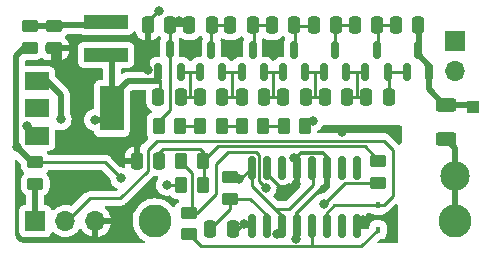
<source format=gtl>
G04 #@! TF.GenerationSoftware,KiCad,Pcbnew,(5.99.0-10336-g9846076676)*
G04 #@! TF.CreationDate,2021-04-19T15:00:14+12:00*
G04 #@! TF.ProjectId,OpenHVPS-5,4f70656e-4856-4505-932d-352e6b696361,V1.2.1*
G04 #@! TF.SameCoordinates,Original*
G04 #@! TF.FileFunction,Copper,L1,Top*
G04 #@! TF.FilePolarity,Positive*
%FSLAX46Y46*%
G04 Gerber Fmt 4.6, Leading zero omitted, Abs format (unit mm)*
G04 Created by KiCad (PCBNEW (5.99.0-10336-g9846076676)) date 2021-04-19 15:00:14*
%MOMM*%
%LPD*%
G01*
G04 APERTURE LIST*
G04 Aperture macros list*
%AMRoundRect*
0 Rectangle with rounded corners*
0 $1 Rounding radius*
0 $2 $3 $4 $5 $6 $7 $8 $9 X,Y pos of 4 corners*
0 Add a 4 corners polygon primitive as box body*
4,1,4,$2,$3,$4,$5,$6,$7,$8,$9,$2,$3,0*
0 Add four circle primitives for the rounded corners*
1,1,$1+$1,$2,$3*
1,1,$1+$1,$4,$5*
1,1,$1+$1,$6,$7*
1,1,$1+$1,$8,$9*
0 Add four rect primitives between the rounded corners*
20,1,$1+$1,$2,$3,$4,$5,0*
20,1,$1+$1,$4,$5,$6,$7,0*
20,1,$1+$1,$6,$7,$8,$9,0*
20,1,$1+$1,$8,$9,$2,$3,0*%
G04 Aperture macros list end*
G04 #@! TA.AperFunction,SMDPad,CuDef*
%ADD10RoundRect,0.250000X-0.250000X-0.475000X0.250000X-0.475000X0.250000X0.475000X-0.250000X0.475000X0*%
G04 #@! TD*
G04 #@! TA.AperFunction,SMDPad,CuDef*
%ADD11RoundRect,0.250000X0.450000X-0.262500X0.450000X0.262500X-0.450000X0.262500X-0.450000X-0.262500X0*%
G04 #@! TD*
G04 #@! TA.AperFunction,ComponentPad*
%ADD12R,1.700000X1.700000*%
G04 #@! TD*
G04 #@! TA.AperFunction,ComponentPad*
%ADD13O,1.700000X1.700000*%
G04 #@! TD*
G04 #@! TA.AperFunction,ComponentPad*
%ADD14C,2.500000*%
G04 #@! TD*
G04 #@! TA.AperFunction,ComponentPad*
%ADD15C,2.800000*%
G04 #@! TD*
G04 #@! TA.AperFunction,SMDPad,CuDef*
%ADD16RoundRect,0.150000X0.150000X-0.587500X0.150000X0.587500X-0.150000X0.587500X-0.150000X-0.587500X0*%
G04 #@! TD*
G04 #@! TA.AperFunction,SMDPad,CuDef*
%ADD17RoundRect,0.250000X-0.450000X0.262500X-0.450000X-0.262500X0.450000X-0.262500X0.450000X0.262500X0*%
G04 #@! TD*
G04 #@! TA.AperFunction,SMDPad,CuDef*
%ADD18RoundRect,0.250000X0.262500X0.450000X-0.262500X0.450000X-0.262500X-0.450000X0.262500X-0.450000X0*%
G04 #@! TD*
G04 #@! TA.AperFunction,SMDPad,CuDef*
%ADD19RoundRect,0.250000X-0.475000X0.250000X-0.475000X-0.250000X0.475000X-0.250000X0.475000X0.250000X0*%
G04 #@! TD*
G04 #@! TA.AperFunction,SMDPad,CuDef*
%ADD20RoundRect,0.250000X-0.625000X0.312500X-0.625000X-0.312500X0.625000X-0.312500X0.625000X0.312500X0*%
G04 #@! TD*
G04 #@! TA.AperFunction,SMDPad,CuDef*
%ADD21R,3.700000X1.200000*%
G04 #@! TD*
G04 #@! TA.AperFunction,SMDPad,CuDef*
%ADD22RoundRect,0.250000X-0.262500X-0.450000X0.262500X-0.450000X0.262500X0.450000X-0.262500X0.450000X0*%
G04 #@! TD*
G04 #@! TA.AperFunction,SMDPad,CuDef*
%ADD23RoundRect,0.150000X0.150000X-0.825000X0.150000X0.825000X-0.150000X0.825000X-0.150000X-0.825000X0*%
G04 #@! TD*
G04 #@! TA.AperFunction,SMDPad,CuDef*
%ADD24R,2.000000X1.500000*%
G04 #@! TD*
G04 #@! TA.AperFunction,SMDPad,CuDef*
%ADD25R,2.000000X3.800000*%
G04 #@! TD*
G04 #@! TA.AperFunction,SMDPad,CuDef*
%ADD26R,0.450000X0.600000*%
G04 #@! TD*
G04 #@! TA.AperFunction,SMDPad,CuDef*
%ADD27R,1.000000X1.000000*%
G04 #@! TD*
G04 #@! TA.AperFunction,SMDPad,CuDef*
%ADD28RoundRect,0.250000X0.250000X0.475000X-0.250000X0.475000X-0.250000X-0.475000X0.250000X-0.475000X0*%
G04 #@! TD*
G04 #@! TA.AperFunction,ViaPad*
%ADD29C,0.800000*%
G04 #@! TD*
G04 #@! TA.AperFunction,Conductor*
%ADD30C,0.250000*%
G04 #@! TD*
G04 #@! TA.AperFunction,Conductor*
%ADD31C,0.330200*%
G04 #@! TD*
G04 #@! TA.AperFunction,Conductor*
%ADD32C,0.500000*%
G04 #@! TD*
G04 APERTURE END LIST*
D10*
X145968666Y-65050000D03*
X147868666Y-65050000D03*
D11*
X128500000Y-72413500D03*
X128500000Y-70588500D03*
D12*
X164060000Y-60325000D03*
D13*
X164060000Y-62865000D03*
D10*
X142448333Y-65050000D03*
X144348333Y-65050000D03*
D14*
X164060000Y-71755000D03*
D15*
X164060000Y-75565000D03*
D16*
X156450000Y-62937500D03*
X158350000Y-62937500D03*
X157400000Y-61062500D03*
X142450000Y-62937500D03*
X144350000Y-62937500D03*
X143400000Y-61062500D03*
D10*
X148530000Y-59000000D03*
X150430000Y-59000000D03*
X149488999Y-65050000D03*
X151388999Y-65050000D03*
D17*
X157520000Y-70520000D03*
X157520000Y-72345000D03*
D10*
X145020000Y-59010000D03*
X146920000Y-59010000D03*
D16*
X138928000Y-62913500D03*
X140828000Y-62913500D03*
X139878000Y-61038500D03*
D18*
X147824498Y-67520000D03*
X145999498Y-67520000D03*
D11*
X128020000Y-60912500D03*
X128020000Y-59087500D03*
D18*
X151351499Y-67520000D03*
X149526499Y-67520000D03*
D17*
X145020000Y-71857500D03*
X145020000Y-73682500D03*
D10*
X153009332Y-65050000D03*
X154909332Y-65050000D03*
D16*
X149450000Y-62937500D03*
X151350000Y-62937500D03*
X150400000Y-61062500D03*
D15*
X138660000Y-75565000D03*
D16*
X152950000Y-62937500D03*
X154850000Y-62937500D03*
X153900000Y-61062500D03*
D10*
X138030000Y-58990000D03*
X139930000Y-58990000D03*
D19*
X130100000Y-59050000D03*
X130100000Y-60950000D03*
D12*
X128500000Y-75565000D03*
D13*
X131040000Y-75565000D03*
X133580000Y-75565000D03*
D20*
X163298000Y-65720500D03*
X163298000Y-68645500D03*
D10*
X156529665Y-65050000D03*
X158429665Y-65050000D03*
D18*
X142682500Y-72520000D03*
X140857500Y-72520000D03*
D10*
X138928000Y-65050000D03*
X140828000Y-65050000D03*
X152060000Y-59010000D03*
X153960000Y-59010000D03*
D21*
X134500000Y-58700000D03*
X134500000Y-61500000D03*
D11*
X141520000Y-76682500D03*
X141520000Y-74857500D03*
D22*
X138945500Y-67520000D03*
X140770500Y-67520000D03*
D10*
X159020000Y-59000000D03*
X160920000Y-59000000D03*
D18*
X144297499Y-67520000D03*
X142472499Y-67520000D03*
X142682500Y-70520000D03*
X140857500Y-70520000D03*
D10*
X155540000Y-59000000D03*
X157440000Y-59000000D03*
D23*
X146825000Y-75995000D03*
X148095000Y-75995000D03*
X149365000Y-75995000D03*
X150635000Y-75995000D03*
X151905000Y-75995000D03*
X153175000Y-75995000D03*
X154445000Y-75995000D03*
X155715000Y-75995000D03*
X155715000Y-71045000D03*
X154445000Y-71045000D03*
X153175000Y-71045000D03*
X151905000Y-71045000D03*
X150635000Y-71045000D03*
X149365000Y-71045000D03*
X148095000Y-71045000D03*
X146825000Y-71045000D03*
D24*
X128676000Y-63740000D03*
X128676000Y-68340000D03*
D25*
X134976000Y-66040000D03*
D24*
X128676000Y-66040000D03*
D16*
X159950000Y-62937500D03*
X161850000Y-62937500D03*
X160900000Y-61062500D03*
D26*
X157520000Y-76320000D03*
X157520000Y-74220000D03*
D27*
X165584000Y-65913000D03*
D28*
X139020000Y-70520000D03*
X137120000Y-70520000D03*
D10*
X141530000Y-58990000D03*
X143430000Y-58990000D03*
D16*
X145968666Y-62937500D03*
X147868666Y-62937500D03*
X146918666Y-61062500D03*
D10*
X143320000Y-76270000D03*
X145220000Y-76270000D03*
D29*
X145200000Y-61113817D03*
X154500000Y-68000000D03*
X146153000Y-75819000D03*
X150400000Y-70231000D03*
X150600000Y-77072500D03*
X132770000Y-72770000D03*
X141700000Y-61065000D03*
X148861441Y-61049870D03*
X138020000Y-62770000D03*
X156270000Y-75520000D03*
X150600000Y-72465000D03*
X135770000Y-70520000D03*
X130270000Y-62270000D03*
X139020000Y-57770000D03*
X133520000Y-67020000D03*
X139634500Y-72517000D03*
X135764700Y-71941100D03*
X126920900Y-69342400D03*
X148020000Y-72770000D03*
X130664198Y-66968888D03*
X149000000Y-76665000D03*
X145770000Y-72020000D03*
X152919800Y-74131600D03*
X127770000Y-67520000D03*
X140700000Y-58665000D03*
X152000000Y-67065000D03*
D30*
X143320000Y-76270000D02*
X145020000Y-74570000D01*
X148095000Y-75095000D02*
X146682500Y-73682500D01*
X148095000Y-76695000D02*
X148095000Y-75995000D01*
X145020000Y-74570000D02*
X145020000Y-73682500D01*
X148095000Y-75995000D02*
X148095000Y-75095000D01*
X146682500Y-73682500D02*
X145020000Y-73682500D01*
D31*
X150600000Y-72465000D02*
X150045000Y-73020000D01*
X153175000Y-71045000D02*
X153175000Y-72365000D01*
X150635000Y-74905000D02*
X150635000Y-75995000D01*
D32*
X130500000Y-62040000D02*
X130270000Y-62270000D01*
X130500000Y-60950000D02*
X130500000Y-62040000D01*
D31*
X155795000Y-75995000D02*
X155715000Y-75995000D01*
X146825000Y-76467000D02*
X146825000Y-75995000D01*
X146495000Y-75995000D02*
X146825000Y-75995000D01*
X148095000Y-71595000D02*
X148095000Y-71045000D01*
X156270000Y-75520000D02*
X155795000Y-75995000D01*
X135770000Y-70520000D02*
X137120000Y-70520000D01*
X138020000Y-59030000D02*
X138050000Y-59000000D01*
X151000000Y-69770000D02*
X152830000Y-69770000D01*
X149520000Y-73020000D02*
X148095000Y-71595000D01*
X145770000Y-76270000D02*
X146270000Y-75770000D01*
X146270000Y-75770000D02*
X146495000Y-75995000D01*
X150520000Y-75880000D02*
X150635000Y-75995000D01*
X138050000Y-59000000D02*
X138050000Y-58650000D01*
X152830000Y-69770000D02*
X153175000Y-70115000D01*
X138050000Y-58740000D02*
X139020000Y-57770000D01*
X138020000Y-62770000D02*
X138020000Y-59030000D01*
X138050000Y-59000000D02*
X138050000Y-58740000D01*
X150635000Y-70135000D02*
X151000000Y-69770000D01*
X145220000Y-76270000D02*
X145770000Y-76270000D01*
X153175000Y-70115000D02*
X153175000Y-71045000D01*
X150045000Y-73020000D02*
X149520000Y-73020000D01*
X153175000Y-72365000D02*
X150635000Y-74905000D01*
X150635000Y-71045000D02*
X150635000Y-70135000D01*
D32*
X133800000Y-59000000D02*
X133900000Y-58900000D01*
X130500000Y-59250000D02*
X130750000Y-59000000D01*
D30*
X130462000Y-59087500D02*
X130500000Y-59050000D01*
D32*
X130500000Y-59050000D02*
X130500000Y-59250000D01*
X130750000Y-59000000D02*
X133800000Y-59000000D01*
X128000000Y-59087500D02*
X130462000Y-59087500D01*
D30*
X134050000Y-59050000D02*
X134500000Y-58600000D01*
D32*
X134976000Y-64064000D02*
X134976000Y-61876000D01*
D30*
X134568000Y-61468000D02*
X134500000Y-61400000D01*
X139050000Y-64030000D02*
X139050000Y-65000000D01*
X139088000Y-63656000D02*
X139088000Y-63992000D01*
D32*
X134976000Y-66040000D02*
X134976000Y-64064000D01*
D30*
X134500000Y-61400000D02*
X134609000Y-61400000D01*
X138873000Y-63726000D02*
X138943000Y-63656000D01*
D32*
X136314000Y-63726000D02*
X134976000Y-65064000D01*
D30*
X133400000Y-61400000D02*
X134500000Y-61400000D01*
X134976000Y-64064000D02*
X134976000Y-66040000D01*
D32*
X138873000Y-63726000D02*
X136314000Y-63726000D01*
D30*
X139088000Y-63992000D02*
X139050000Y-64030000D01*
D32*
X133520000Y-67020000D02*
X133996000Y-67020000D01*
D30*
X139004000Y-63595400D02*
X139004000Y-62913500D01*
X138943000Y-63656000D02*
X139088000Y-63656000D01*
X139088000Y-63992000D02*
X139088000Y-64328000D01*
X138943000Y-63656000D02*
X139004000Y-63595400D01*
X134568000Y-61468000D02*
X134500000Y-61400000D01*
X134976000Y-61876000D02*
X134568000Y-61468000D01*
D32*
X134976000Y-65064000D02*
X134976000Y-66040000D01*
D30*
X141629500Y-65027500D02*
X141607000Y-65050000D01*
X142448333Y-65050000D02*
X141607000Y-65050000D01*
X141629500Y-62913500D02*
X142424333Y-62913500D01*
X141607000Y-65050000D02*
X140828000Y-65050000D01*
X142628000Y-62859000D02*
X142550000Y-62937500D01*
X141629500Y-62913500D02*
X141629500Y-65027500D01*
X140828000Y-62913500D02*
X141629500Y-62913500D01*
X142526000Y-62913500D02*
X142550000Y-62937500D01*
X142424333Y-62913500D02*
X142448333Y-62937500D01*
D32*
X126900000Y-61556000D02*
X127523500Y-60932500D01*
D30*
X134412100Y-70588500D02*
X128500000Y-70588500D01*
D32*
X127523500Y-60932500D02*
X128020000Y-60932500D01*
D30*
X128000000Y-60912500D02*
X127391000Y-60912500D01*
X139634500Y-72517000D02*
X139637500Y-72520000D01*
X139637500Y-72520000D02*
X140945500Y-72520000D01*
D32*
X126756000Y-69342400D02*
X126900000Y-69198400D01*
D30*
X128499000Y-70587500D02*
X128500000Y-70588500D01*
D32*
X128412000Y-70500000D02*
X128100000Y-70500000D01*
D30*
X128151000Y-70587500D02*
X128499000Y-70587500D01*
X128500000Y-70587500D02*
X128412000Y-70500000D01*
X126920900Y-69342400D02*
X126756000Y-69342400D01*
X135764700Y-71941100D02*
X134412100Y-70588500D01*
D32*
X128100000Y-70500000D02*
X126942400Y-69342400D01*
X126942400Y-69342400D02*
X126920900Y-69342400D01*
D30*
X128499000Y-70587500D02*
X128500000Y-70587500D01*
X127391000Y-60912500D02*
X128000000Y-60912500D01*
D32*
X126900000Y-69198400D02*
X126900000Y-61556000D01*
D30*
X141770000Y-71520000D02*
X141770000Y-74607500D01*
X143770000Y-70730000D02*
X144800000Y-69700000D01*
X142182500Y-74857500D02*
X143770000Y-73270000D01*
X141770000Y-74607500D02*
X141520000Y-74857500D01*
X147450000Y-72200000D02*
X148020000Y-72770000D01*
X143770000Y-73270000D02*
X143770000Y-70730000D01*
X147200000Y-69700000D02*
X147450000Y-69950000D01*
X140857500Y-70520000D02*
X140857500Y-70607500D01*
X144800000Y-69700000D02*
X147200000Y-69700000D01*
X147450000Y-69950000D02*
X147450000Y-72200000D01*
X140857500Y-70607500D02*
X141770000Y-71520000D01*
X128777000Y-63740000D02*
X128676000Y-63740000D01*
X129490000Y-63740000D02*
X128777000Y-63740000D01*
D32*
X130664198Y-64914198D02*
X130664198Y-66968888D01*
D30*
X128777000Y-63740000D02*
X128676000Y-63740000D01*
D32*
X129490000Y-63740000D02*
X130664198Y-64914198D01*
D30*
X151905000Y-77155000D02*
X151905000Y-75995000D01*
X151974000Y-77724000D02*
X142561500Y-77724000D01*
X156116000Y-77724000D02*
X155974000Y-77724000D01*
X142561500Y-77724000D02*
X141520000Y-76682500D01*
X151905000Y-77655000D02*
X151974000Y-77724000D01*
X155974000Y-77724000D02*
X151974000Y-77724000D01*
X151905000Y-75995000D02*
X151905000Y-77655000D01*
X157520000Y-76320000D02*
X156116000Y-77724000D01*
D32*
X164060000Y-69407500D02*
X164060000Y-71755000D01*
X163298000Y-68645500D02*
X164060000Y-69407500D01*
X164060000Y-71755000D02*
X164060000Y-75565000D01*
D30*
X144520000Y-67520000D02*
X144520500Y-67520000D01*
X144520500Y-67520000D02*
X146357500Y-67520000D01*
X146357500Y-67520000D02*
X146358000Y-67520000D01*
X142770000Y-70432500D02*
X142682500Y-70520000D01*
X142682000Y-70520000D02*
X142682300Y-70520200D01*
X139020000Y-70520000D02*
X139020000Y-69770000D01*
X157520000Y-70520000D02*
X157520000Y-70370000D01*
X142770000Y-69770000D02*
X142770000Y-70432500D01*
X142450000Y-69450000D02*
X142770000Y-69770000D01*
X142770000Y-70607500D02*
X142770000Y-71476000D01*
X157520000Y-70370000D02*
X156400000Y-69250000D01*
X143952000Y-69250000D02*
X142682000Y-70520000D01*
X139020000Y-69770000D02*
X139340000Y-69450000D01*
X142770000Y-71563700D02*
X142770000Y-72520000D01*
X139340000Y-69450000D02*
X142450000Y-69450000D01*
X142682300Y-70520200D02*
X142770000Y-70607500D01*
X142682500Y-70520000D02*
X142682300Y-70520200D01*
X156400000Y-69250000D02*
X143952000Y-69250000D01*
X158020000Y-68770000D02*
X138780300Y-68770000D01*
X157997300Y-74220000D02*
X158770000Y-73447300D01*
X153820000Y-74220000D02*
X153175000Y-74865000D01*
X138020000Y-69530300D02*
X138020000Y-71308350D01*
X131225000Y-75565000D02*
X131040000Y-75565000D01*
X135674550Y-73653800D02*
X133136200Y-73653800D01*
X133136200Y-73653800D02*
X131225000Y-75565000D01*
X138020000Y-71308350D02*
X135674550Y-73653800D01*
X138780300Y-68770000D02*
X138020000Y-69530300D01*
X157520000Y-74220000D02*
X157997300Y-74220000D01*
X157520000Y-74220000D02*
X153820000Y-74220000D01*
X158770000Y-73447300D02*
X158770000Y-69520000D01*
X153175000Y-74865000D02*
X153175000Y-75995000D01*
X158770000Y-69520000D02*
X158020000Y-68770000D01*
D32*
X128500000Y-72412500D02*
X128500000Y-72413500D01*
X128500000Y-72413500D02*
X128500000Y-75250000D01*
D30*
X128500000Y-75250000D02*
X128500000Y-75565000D01*
X142695000Y-67520000D02*
X142695500Y-67520000D01*
X140770000Y-67520000D02*
X140770500Y-67520000D01*
X140770500Y-67520000D02*
X142695000Y-67520000D01*
X147645000Y-73395000D02*
X149365000Y-75115000D01*
X145020000Y-71857500D02*
X146012500Y-71857500D01*
X152020000Y-72520000D02*
X152020000Y-71160000D01*
X149270000Y-75900000D02*
X149365000Y-75995000D01*
X147645000Y-73395000D02*
X148770000Y-74520000D01*
X145020000Y-71857500D02*
X145607500Y-71857500D01*
X150020000Y-74520000D02*
X152020000Y-72520000D01*
X146012500Y-71857500D02*
X146825000Y-71045000D01*
X149000000Y-76665000D02*
X149000000Y-76360000D01*
X146825000Y-71045000D02*
X146825000Y-72575000D01*
X152020000Y-71160000D02*
X151905000Y-71045000D01*
X145607500Y-71857500D02*
X145770000Y-72020000D01*
X146825000Y-72575000D02*
X147645000Y-73395000D01*
X149365000Y-75115000D02*
X149365000Y-75995000D01*
X149000000Y-76360000D02*
X149365000Y-75995000D01*
X149365000Y-76175000D02*
X149365000Y-75995000D01*
X148770000Y-74520000D02*
X150020000Y-74520000D01*
X154706400Y-72345000D02*
X157520000Y-72345000D01*
X152919800Y-74131600D02*
X154706400Y-72345000D01*
X148182000Y-67520000D02*
X148182500Y-67520000D01*
X147824498Y-67520000D02*
X149526499Y-67520000D01*
X129046000Y-68340000D02*
X129090000Y-68340000D01*
X129046000Y-68340000D02*
X129090000Y-68340000D01*
D32*
X128856000Y-68520000D02*
X128676000Y-68340000D01*
D30*
X129090000Y-68340000D02*
X129427000Y-68340000D01*
X128676000Y-68340000D02*
X129046000Y-68340000D01*
X128676000Y-68340000D02*
X129046000Y-68340000D01*
X128676000Y-68340000D02*
X129046000Y-68340000D01*
X141569000Y-59000000D02*
X141588000Y-59000000D01*
X141540000Y-59000000D02*
X141550000Y-59000000D01*
X141550000Y-59000000D02*
X141569000Y-59000000D01*
X138945500Y-67520000D02*
X138945500Y-67119500D01*
X139878000Y-61038500D02*
X139878000Y-59042000D01*
X140020000Y-61104500D02*
X139954000Y-61038500D01*
X138945000Y-67307500D02*
X138945000Y-67095000D01*
X138945000Y-67307500D02*
X138945500Y-67308000D01*
X138945000Y-67520000D02*
X138945000Y-67307500D01*
X139912000Y-59000000D02*
X139950000Y-59000000D01*
X138945500Y-67308000D02*
X138945500Y-67520000D01*
X139878000Y-59042000D02*
X139930000Y-58990000D01*
X139950000Y-59000000D02*
X141550000Y-59000000D01*
X139954000Y-60579600D02*
X139912000Y-60537600D01*
X141588000Y-59000000D02*
X141863000Y-59000000D01*
X139878000Y-66187000D02*
X139878000Y-61038500D01*
X141750000Y-59200000D02*
X141550000Y-59000000D01*
X138945500Y-67119500D02*
X139878000Y-66187000D01*
X139954000Y-61038500D02*
X139954000Y-60579600D01*
X143450000Y-59000000D02*
X145050000Y-59000000D01*
X143412000Y-60975000D02*
X143412000Y-59000000D01*
X145050000Y-59000000D02*
X145088000Y-59000000D01*
X143500000Y-61062500D02*
X143412000Y-60975000D01*
X143412000Y-59000000D02*
X143450000Y-59000000D01*
X145191500Y-62937500D02*
X144348333Y-62937500D01*
X144348333Y-65050000D02*
X145163000Y-65050000D01*
X146050000Y-65000000D02*
X146088000Y-65000000D01*
X145968666Y-62937500D02*
X145191500Y-62937500D01*
X144500000Y-65000000D02*
X144538000Y-65000000D01*
X145191500Y-62937500D02*
X145191500Y-65021500D01*
X145191500Y-65021500D02*
X145163000Y-65050000D01*
X145163000Y-65050000D02*
X145968666Y-65050000D01*
X147000000Y-61062500D02*
X147000000Y-59087500D01*
X147088000Y-59000000D02*
X147000000Y-59087500D01*
X147000000Y-59087500D02*
X146931100Y-59019100D01*
X146931100Y-59019100D02*
X146912000Y-59000200D01*
X148588000Y-59000000D02*
X148550000Y-59000000D01*
X146950000Y-59000000D02*
X146931100Y-59018900D01*
X148550000Y-59000000D02*
X147088000Y-59000000D01*
X146931100Y-59018900D02*
X146931100Y-59019100D01*
X148638500Y-62937500D02*
X148638500Y-64969500D01*
X147868666Y-65050000D02*
X148719000Y-65050000D01*
X148719000Y-65050000D02*
X149488999Y-65050000D01*
X147868666Y-62937500D02*
X148638500Y-62937500D01*
X148638500Y-64969500D02*
X148719000Y-65050000D01*
X148638500Y-62937500D02*
X149488999Y-62937500D01*
X150450000Y-59000000D02*
X150500000Y-59050000D01*
X152000000Y-59087500D02*
X152068900Y-59019100D01*
X152068900Y-59019100D02*
X152088000Y-59000200D01*
X152050000Y-59000000D02*
X152068900Y-59018900D01*
X150500000Y-61062500D02*
X150500000Y-59087500D01*
X150500000Y-59087500D02*
X152000000Y-59087500D01*
X152068900Y-59018900D02*
X152068900Y-59019100D01*
X150500000Y-59050000D02*
X150500000Y-59087500D01*
X152176500Y-62937500D02*
X152176500Y-65021500D01*
X151388999Y-65050000D02*
X152148000Y-65050000D01*
X151388999Y-62937500D02*
X152176500Y-62937500D01*
X152176500Y-62937500D02*
X153009332Y-62937500D01*
X152148000Y-65050000D02*
X153009332Y-65050000D01*
X152176500Y-65021500D02*
X152148000Y-65050000D01*
X155638000Y-59000000D02*
X155676000Y-59000000D01*
X154000000Y-61062500D02*
X153912000Y-60975000D01*
X153912000Y-60975000D02*
X153912000Y-59000000D01*
X153912000Y-59000000D02*
X153950000Y-59000000D01*
X153950000Y-59000000D02*
X155638000Y-59000000D01*
X154909332Y-65050000D02*
X155779000Y-65050000D01*
X155750500Y-65021500D02*
X155779000Y-65050000D01*
X155750500Y-62937500D02*
X155750500Y-65021500D01*
X154909332Y-62937500D02*
X155750500Y-62937500D01*
X155779000Y-65050000D02*
X156529665Y-65050000D01*
X155750500Y-62937500D02*
X156529665Y-62937500D01*
X157538000Y-59000000D02*
X157500000Y-59000000D01*
X157500000Y-59000000D02*
X157500000Y-61062500D01*
X159088000Y-59000000D02*
X159050000Y-59000000D01*
X159050000Y-59000000D02*
X157538000Y-59000000D01*
X160050000Y-62937500D02*
X158450000Y-62937500D01*
X158538000Y-65000000D02*
X158500000Y-65000000D01*
X158450000Y-64949500D02*
X158450000Y-62937500D01*
X158500000Y-65000000D02*
X158450000Y-64949500D01*
D32*
X161850000Y-62415000D02*
X161850000Y-62937500D01*
D30*
X165391500Y-65720500D02*
X165584000Y-65913000D01*
D32*
X163298000Y-65720500D02*
X165391500Y-65720500D01*
X160900000Y-61062500D02*
X160950000Y-61012500D01*
X160900000Y-61062500D02*
X160900000Y-61465000D01*
D30*
X161000000Y-59087500D02*
X160912000Y-59000200D01*
D32*
X160900000Y-61465000D02*
X161850000Y-62415000D01*
X163298000Y-65913000D02*
X161800000Y-64415000D01*
X160950000Y-61012500D02*
X160950000Y-59000000D01*
D30*
X162000000Y-62887500D02*
X161950000Y-62937500D01*
X160950000Y-61012500D02*
X161000000Y-61062500D01*
D32*
X161800000Y-64415000D02*
X161800000Y-63087500D01*
D30*
X152000000Y-67115000D02*
X151932500Y-67182500D01*
X152000000Y-67065000D02*
X152000000Y-67115000D01*
G04 #@! TA.AperFunction,Conductor*
G36*
X126954512Y-70427647D02*
G01*
X126961095Y-70433776D01*
X127254595Y-70727276D01*
X127288621Y-70789588D01*
X127291500Y-70816371D01*
X127291500Y-70893886D01*
X127306978Y-71026643D01*
X127309474Y-71033521D01*
X127309475Y-71033523D01*
X127316827Y-71053778D01*
X127367313Y-71192864D01*
X127464269Y-71340747D01*
X127469581Y-71345779D01*
X127535480Y-71408206D01*
X127571178Y-71469576D01*
X127568030Y-71540502D01*
X127540300Y-71586332D01*
X127438642Y-71693645D01*
X127349825Y-71846555D01*
X127298567Y-72015796D01*
X127297992Y-72022236D01*
X127297992Y-72022237D01*
X127296853Y-72035006D01*
X127291500Y-72094978D01*
X127291500Y-72718886D01*
X127306978Y-72851643D01*
X127309474Y-72858521D01*
X127309475Y-72858523D01*
X127346924Y-72961694D01*
X127367313Y-73017864D01*
X127412522Y-73086819D01*
X127453719Y-73149655D01*
X127464269Y-73165747D01*
X127592645Y-73287358D01*
X127627623Y-73307675D01*
X127678786Y-73337393D01*
X127727644Y-73388904D01*
X127741500Y-73446347D01*
X127741500Y-74077646D01*
X127721498Y-74145767D01*
X127667842Y-74192260D01*
X127624489Y-74203325D01*
X127576921Y-74206727D01*
X127524780Y-74222037D01*
X127445330Y-74245365D01*
X127445328Y-74245366D01*
X127436684Y-74247904D01*
X127416350Y-74260972D01*
X127321309Y-74322051D01*
X127321306Y-74322053D01*
X127313729Y-74326923D01*
X127307828Y-74333733D01*
X127223918Y-74430569D01*
X127223916Y-74430572D01*
X127218016Y-74437381D01*
X127214272Y-74445579D01*
X127175599Y-74530262D01*
X127157300Y-74570330D01*
X127156018Y-74579245D01*
X127156018Y-74579246D01*
X127137139Y-74710552D01*
X127137138Y-74710559D01*
X127136500Y-74715000D01*
X127136500Y-76415000D01*
X127141727Y-76488079D01*
X127145191Y-76499875D01*
X127179338Y-76616170D01*
X127182904Y-76628316D01*
X127187775Y-76635895D01*
X127257051Y-76743691D01*
X127257053Y-76743694D01*
X127261923Y-76751271D01*
X127268733Y-76757172D01*
X127365569Y-76841082D01*
X127365572Y-76841084D01*
X127372381Y-76846984D01*
X127380579Y-76850728D01*
X127492998Y-76902068D01*
X127505330Y-76907700D01*
X127514245Y-76908982D01*
X127514246Y-76908982D01*
X127645552Y-76927861D01*
X127645559Y-76927862D01*
X127650000Y-76928500D01*
X129350000Y-76928500D01*
X129423079Y-76923273D01*
X129515636Y-76896096D01*
X129554670Y-76884635D01*
X129554672Y-76884634D01*
X129563316Y-76882096D01*
X129630446Y-76838954D01*
X129678691Y-76807949D01*
X129678694Y-76807947D01*
X129686271Y-76803077D01*
X129712451Y-76772864D01*
X129776082Y-76699431D01*
X129776084Y-76699428D01*
X129781984Y-76692619D01*
X129842700Y-76559670D01*
X129843320Y-76555360D01*
X129880432Y-76497610D01*
X129945012Y-76468117D01*
X130015286Y-76478220D01*
X130047335Y-76499270D01*
X130215629Y-76651069D01*
X130410406Y-76774439D01*
X130623184Y-76863228D01*
X130628387Y-76864425D01*
X130628392Y-76864426D01*
X130842678Y-76913701D01*
X130842683Y-76913702D01*
X130847881Y-76914897D01*
X130853209Y-76915200D01*
X130853212Y-76915200D01*
X131003877Y-76923755D01*
X131078071Y-76927968D01*
X131083378Y-76927368D01*
X131083380Y-76927368D01*
X131204272Y-76913701D01*
X131307173Y-76902068D01*
X131312288Y-76900587D01*
X131312292Y-76900586D01*
X131437161Y-76864426D01*
X131528635Y-76837937D01*
X131736125Y-76737409D01*
X131740463Y-76734309D01*
X131740468Y-76734306D01*
X131894197Y-76624448D01*
X131923711Y-76603357D01*
X132086030Y-76439617D01*
X132195486Y-76283587D01*
X132207953Y-76265816D01*
X132263449Y-76221536D01*
X132334075Y-76214289D01*
X132397407Y-76246375D01*
X132421781Y-76277958D01*
X132439550Y-76310617D01*
X132445402Y-76319491D01*
X132581486Y-76492113D01*
X132588750Y-76499875D01*
X132751967Y-76647094D01*
X132760444Y-76653528D01*
X132946122Y-76771136D01*
X132955567Y-76776053D01*
X133158406Y-76860694D01*
X133168545Y-76863950D01*
X133308345Y-76896096D01*
X133322422Y-76895257D01*
X133326000Y-76885999D01*
X133326000Y-75832548D01*
X133834000Y-75832548D01*
X133834000Y-76884941D01*
X133838151Y-76899079D01*
X133848798Y-76900774D01*
X133852192Y-76900096D01*
X134063333Y-76838954D01*
X134073259Y-76835143D01*
X134271065Y-76739307D01*
X134280212Y-76733876D01*
X134459041Y-76606083D01*
X134467149Y-76599182D01*
X134621893Y-76443082D01*
X134628706Y-76434933D01*
X134754940Y-76254988D01*
X134760295Y-76245787D01*
X134854399Y-76047156D01*
X134858123Y-76037197D01*
X134915968Y-75830718D01*
X134914430Y-75822351D01*
X134902137Y-75819000D01*
X133852115Y-75819000D01*
X133836876Y-75823475D01*
X133835671Y-75824865D01*
X133834000Y-75832548D01*
X133326000Y-75832548D01*
X133326000Y-75437000D01*
X133346002Y-75368879D01*
X133399658Y-75322386D01*
X133452000Y-75311000D01*
X134899079Y-75311000D01*
X134912610Y-75307027D01*
X134913876Y-75298218D01*
X134866954Y-75117433D01*
X134863419Y-75107395D01*
X134773147Y-74906998D01*
X134767967Y-74897692D01*
X134645218Y-74715366D01*
X134638557Y-74707080D01*
X134486830Y-74548030D01*
X134478873Y-74540990D01*
X134443120Y-74514389D01*
X134400407Y-74457679D01*
X134395134Y-74386878D01*
X134428977Y-74324466D01*
X134491189Y-74290259D01*
X134518333Y-74287300D01*
X135596166Y-74287300D01*
X135607070Y-74287814D01*
X135614461Y-74289466D01*
X135622387Y-74289217D01*
X135622388Y-74289217D01*
X135681416Y-74287362D01*
X135685373Y-74287300D01*
X135714128Y-74287300D01*
X135718395Y-74286761D01*
X135730237Y-74285828D01*
X135761885Y-74284833D01*
X135766510Y-74284688D01*
X135774433Y-74284439D01*
X135793884Y-74278788D01*
X135813245Y-74274778D01*
X135815970Y-74274434D01*
X135825480Y-74273233D01*
X135825483Y-74273232D01*
X135833338Y-74272240D01*
X135840703Y-74269324D01*
X135840707Y-74269323D01*
X135874451Y-74255963D01*
X135885680Y-74252118D01*
X135928128Y-74239786D01*
X135940269Y-74232606D01*
X135945561Y-74229477D01*
X135963312Y-74220781D01*
X135974776Y-74216242D01*
X135974779Y-74216240D01*
X135982150Y-74213322D01*
X136017918Y-74187335D01*
X136027841Y-74180816D01*
X136038709Y-74174389D01*
X136065891Y-74158314D01*
X136066309Y-74157945D01*
X136080392Y-74143862D01*
X136095417Y-74131028D01*
X136111633Y-74119246D01*
X136139580Y-74085464D01*
X136147569Y-74076685D01*
X138412513Y-71811741D01*
X138420601Y-71804381D01*
X138426995Y-71800323D01*
X138458878Y-71766371D01*
X138520091Y-71730406D01*
X138587251Y-71732034D01*
X138628603Y-71744558D01*
X138628609Y-71744559D01*
X138634796Y-71746433D01*
X138641232Y-71747007D01*
X138641235Y-71747008D01*
X138711185Y-71753251D01*
X138711191Y-71753251D01*
X138713978Y-71753500D01*
X138816457Y-71753500D01*
X138884578Y-71773502D01*
X138931071Y-71827158D01*
X138941175Y-71897432D01*
X138910094Y-71963808D01*
X138895463Y-71980058D01*
X138892162Y-71985776D01*
X138804676Y-72137306D01*
X138799976Y-72145446D01*
X138740962Y-72327073D01*
X138740272Y-72333636D01*
X138740272Y-72333637D01*
X138734915Y-72384606D01*
X138721000Y-72517000D01*
X138721690Y-72523565D01*
X138729562Y-72598458D01*
X138740962Y-72706927D01*
X138743002Y-72713205D01*
X138743002Y-72713206D01*
X138761456Y-72770000D01*
X138799976Y-72888554D01*
X138895463Y-73053942D01*
X138899881Y-73058849D01*
X138899882Y-73058850D01*
X139016488Y-73188354D01*
X139023249Y-73195863D01*
X139028591Y-73199744D01*
X139028593Y-73199746D01*
X139172085Y-73303998D01*
X139177750Y-73308114D01*
X139183778Y-73310798D01*
X139183780Y-73310799D01*
X139346182Y-73383105D01*
X139352213Y-73385790D01*
X139419376Y-73400066D01*
X139532556Y-73424124D01*
X139532561Y-73424124D01*
X139539013Y-73425496D01*
X139729987Y-73425496D01*
X139736440Y-73424124D01*
X139736453Y-73424123D01*
X139871090Y-73395504D01*
X139941880Y-73400905D01*
X139998513Y-73443722D01*
X140002659Y-73449665D01*
X140004783Y-73452904D01*
X140009269Y-73459747D01*
X140137645Y-73581358D01*
X140290555Y-73670175D01*
X140459796Y-73721433D01*
X140466236Y-73722008D01*
X140466237Y-73722008D01*
X140536185Y-73728251D01*
X140536191Y-73728251D01*
X140538978Y-73728500D01*
X140586511Y-73728500D01*
X140654632Y-73748502D01*
X140701125Y-73802158D01*
X140711229Y-73872432D01*
X140681735Y-73937012D01*
X140655596Y-73959872D01*
X140580253Y-74009269D01*
X140458642Y-74137645D01*
X140369825Y-74290555D01*
X140361269Y-74318803D01*
X140361172Y-74319125D01*
X140322283Y-74378523D01*
X140257454Y-74407467D01*
X140187269Y-74396767D01*
X140140419Y-74359044D01*
X140095899Y-74300709D01*
X140095898Y-74300708D01*
X140093127Y-74297077D01*
X140087166Y-74291249D01*
X139994105Y-74200277D01*
X139895083Y-74103476D01*
X139733315Y-73985729D01*
X139674862Y-73943182D01*
X139674857Y-73943179D01*
X139671167Y-73940493D01*
X139426068Y-73811540D01*
X139164921Y-73719319D01*
X138893197Y-73665763D01*
X138888640Y-73665536D01*
X138888639Y-73665536D01*
X138621157Y-73652220D01*
X138621151Y-73652220D01*
X138616588Y-73651993D01*
X138340888Y-73678297D01*
X138336454Y-73679382D01*
X138336448Y-73679383D01*
X138086291Y-73740596D01*
X138071873Y-73744124D01*
X138067647Y-73745836D01*
X138067643Y-73745837D01*
X137819412Y-73846381D01*
X137819407Y-73846384D01*
X137815179Y-73848096D01*
X137811244Y-73850400D01*
X137811238Y-73850403D01*
X137580120Y-73985729D01*
X137576182Y-73988035D01*
X137460071Y-74080891D01*
X137366608Y-74155635D01*
X137359889Y-74161008D01*
X137170832Y-74363393D01*
X137117838Y-74439783D01*
X137015573Y-74587196D01*
X137015570Y-74587201D01*
X137012970Y-74590949D01*
X137010938Y-74595034D01*
X137010936Y-74595037D01*
X136957201Y-74703049D01*
X136889611Y-74838911D01*
X136888190Y-74843245D01*
X136888189Y-74843248D01*
X136810735Y-75079522D01*
X136803339Y-75102082D01*
X136802559Y-75106573D01*
X136802559Y-75106574D01*
X136802140Y-75108989D01*
X136755961Y-75374952D01*
X136755838Y-75379510D01*
X136748824Y-75638733D01*
X136748470Y-75651802D01*
X136749005Y-75656320D01*
X136749005Y-75656326D01*
X136770066Y-75834269D01*
X136781022Y-75926834D01*
X136782206Y-75931236D01*
X136782207Y-75931243D01*
X136786423Y-75946921D01*
X136852936Y-76194286D01*
X136962705Y-76448556D01*
X137108029Y-76684317D01*
X137285865Y-76896629D01*
X137492487Y-77081046D01*
X137723567Y-77233705D01*
X137723289Y-77234126D01*
X137770837Y-77282790D01*
X137785123Y-77352334D01*
X137759543Y-77418563D01*
X137702218Y-77460447D01*
X137659584Y-77467889D01*
X133285528Y-77468819D01*
X127820524Y-77469982D01*
X127798876Y-77468112D01*
X127785461Y-77465774D01*
X127780594Y-77465686D01*
X127683864Y-77463937D01*
X127676255Y-77463569D01*
X127658659Y-77462184D01*
X127648836Y-77461022D01*
X127559817Y-77446923D01*
X127519028Y-77440463D01*
X127509320Y-77438531D01*
X127505660Y-77437652D01*
X127496148Y-77434969D01*
X127371155Y-77394356D01*
X127361886Y-77390937D01*
X127361757Y-77390884D01*
X127358426Y-77389504D01*
X127349436Y-77385360D01*
X127232321Y-77325686D01*
X127223681Y-77320847D01*
X127220493Y-77318893D01*
X127212277Y-77313403D01*
X127166279Y-77279984D01*
X127105936Y-77236142D01*
X127098181Y-77230028D01*
X127095309Y-77227575D01*
X127088055Y-77220869D01*
X126995127Y-77127940D01*
X126988412Y-77120676D01*
X126985971Y-77117818D01*
X126979846Y-77110048D01*
X126966136Y-77091177D01*
X126936307Y-77050122D01*
X126902599Y-77003726D01*
X126897105Y-76995504D01*
X126895150Y-76992314D01*
X126890313Y-76983678D01*
X126830641Y-76866566D01*
X126826494Y-76857569D01*
X126825060Y-76854106D01*
X126821641Y-76844837D01*
X126781030Y-76719852D01*
X126778350Y-76710353D01*
X126777466Y-76706669D01*
X126775539Y-76696985D01*
X126754977Y-76567156D01*
X126753814Y-76557332D01*
X126752431Y-76539758D01*
X126752064Y-76532152D01*
X126750366Y-76438299D01*
X126750285Y-76433816D01*
X126747616Y-76417312D01*
X126746000Y-76397197D01*
X126746000Y-70522871D01*
X126766002Y-70454750D01*
X126819658Y-70408257D01*
X126889932Y-70398153D01*
X126954512Y-70427647D01*
G37*
G04 #@! TD.AperFunction*
G04 #@! TA.AperFunction,Conductor*
G36*
X159110032Y-74107338D02*
G01*
X159166868Y-74149885D01*
X159191679Y-74216405D01*
X159192000Y-74225394D01*
X159192000Y-77337336D01*
X159171998Y-77405457D01*
X159118342Y-77451950D01*
X159066029Y-77463336D01*
X158349404Y-77463489D01*
X157576467Y-77463653D01*
X157508343Y-77443665D01*
X157461839Y-77390020D01*
X157451720Y-77319748D01*
X157481199Y-77255161D01*
X157487346Y-77248558D01*
X157565499Y-77170405D01*
X157627811Y-77136379D01*
X157654594Y-77133500D01*
X157745000Y-77133500D01*
X157818079Y-77128273D01*
X157896165Y-77105345D01*
X157949670Y-77089635D01*
X157949672Y-77089634D01*
X157958316Y-77087096D01*
X158016902Y-77049445D01*
X158073691Y-77012949D01*
X158073694Y-77012947D01*
X158081271Y-77008077D01*
X158130767Y-76950956D01*
X158171082Y-76904431D01*
X158171084Y-76904428D01*
X158176984Y-76897619D01*
X158186298Y-76877225D01*
X158233958Y-76772864D01*
X158233958Y-76772863D01*
X158237700Y-76764670D01*
X158238982Y-76755754D01*
X158257861Y-76624448D01*
X158257862Y-76624441D01*
X158258500Y-76620000D01*
X158258500Y-76020000D01*
X158253273Y-75946921D01*
X158220196Y-75834269D01*
X158214635Y-75815330D01*
X158214634Y-75815328D01*
X158212096Y-75806684D01*
X158163687Y-75731358D01*
X158137949Y-75691309D01*
X158137947Y-75691306D01*
X158133077Y-75683729D01*
X158126267Y-75677828D01*
X158029431Y-75593918D01*
X158029428Y-75593916D01*
X158022619Y-75588016D01*
X157889670Y-75527300D01*
X157880755Y-75526018D01*
X157880754Y-75526018D01*
X157749448Y-75507139D01*
X157749441Y-75507138D01*
X157745000Y-75506500D01*
X157295000Y-75506500D01*
X157221921Y-75511727D01*
X157168884Y-75527300D01*
X157090330Y-75550365D01*
X157090328Y-75550366D01*
X157081684Y-75552904D01*
X157043528Y-75577426D01*
X156966309Y-75627051D01*
X156966306Y-75627053D01*
X156958729Y-75631923D01*
X156952828Y-75638733D01*
X156868918Y-75735569D01*
X156868916Y-75735572D01*
X156863016Y-75742381D01*
X156802300Y-75875330D01*
X156801018Y-75884245D01*
X156801018Y-75884246D01*
X156782139Y-76015552D01*
X156782138Y-76015559D01*
X156781500Y-76020000D01*
X156781500Y-76110406D01*
X156761498Y-76178527D01*
X156744595Y-76199501D01*
X156694535Y-76249561D01*
X156632223Y-76283587D01*
X156561408Y-76278522D01*
X156522928Y-76255691D01*
X156517135Y-76250671D01*
X156509452Y-76249000D01*
X155587000Y-76249000D01*
X155518879Y-76228998D01*
X155472386Y-76175342D01*
X155461000Y-76123000D01*
X155461000Y-75867000D01*
X155481002Y-75798879D01*
X155534658Y-75752386D01*
X155587000Y-75741000D01*
X156504885Y-75741000D01*
X156520124Y-75736525D01*
X156521329Y-75735135D01*
X156523000Y-75727452D01*
X156523000Y-75134379D01*
X156522503Y-75126489D01*
X156508165Y-75012986D01*
X156507612Y-75010833D01*
X156507672Y-75009085D01*
X156507171Y-75005119D01*
X156507811Y-75005038D01*
X156510046Y-74939878D01*
X156550454Y-74881503D01*
X156616008Y-74854241D01*
X156629654Y-74853500D01*
X156856729Y-74853500D01*
X156924850Y-74873502D01*
X156939242Y-74884276D01*
X157010569Y-74946082D01*
X157010572Y-74946084D01*
X157017381Y-74951984D01*
X157025579Y-74955728D01*
X157133553Y-75005038D01*
X157150330Y-75012700D01*
X157159245Y-75013982D01*
X157159246Y-75013982D01*
X157290552Y-75032861D01*
X157290559Y-75032862D01*
X157295000Y-75033500D01*
X157745000Y-75033500D01*
X157818079Y-75028273D01*
X157915748Y-74999595D01*
X157949670Y-74989635D01*
X157949672Y-74989634D01*
X157958316Y-74987096D01*
X157996472Y-74962574D01*
X158073691Y-74912949D01*
X158073694Y-74912947D01*
X158081271Y-74908077D01*
X158111231Y-74873502D01*
X158113870Y-74870457D01*
X158162709Y-74835819D01*
X158197200Y-74822163D01*
X158208430Y-74818318D01*
X158250878Y-74805986D01*
X158257706Y-74801948D01*
X158268311Y-74795677D01*
X158286062Y-74786981D01*
X158297526Y-74782442D01*
X158297529Y-74782440D01*
X158304900Y-74779522D01*
X158340668Y-74753535D01*
X158350591Y-74747016D01*
X158388641Y-74724514D01*
X158389059Y-74724145D01*
X158403142Y-74710062D01*
X158418167Y-74697228D01*
X158434383Y-74685446D01*
X158462330Y-74651664D01*
X158470319Y-74642885D01*
X158976905Y-74136299D01*
X159039217Y-74102273D01*
X159110032Y-74107338D01*
G37*
G04 #@! TD.AperFunction*
G04 #@! TA.AperFunction,Conductor*
G36*
X134165627Y-71242002D02*
G01*
X134186601Y-71258905D01*
X134817582Y-71889886D01*
X134851608Y-71952198D01*
X134853797Y-71965810D01*
X134867373Y-72094978D01*
X134871162Y-72131027D01*
X134873202Y-72137305D01*
X134873202Y-72137306D01*
X134875847Y-72145446D01*
X134930176Y-72312654D01*
X134933479Y-72318376D01*
X134933480Y-72318377D01*
X134949536Y-72346186D01*
X135025663Y-72478042D01*
X135030081Y-72482949D01*
X135030082Y-72482950D01*
X135108130Y-72569631D01*
X135153449Y-72619963D01*
X135158791Y-72623844D01*
X135158793Y-72623846D01*
X135284564Y-72715223D01*
X135307950Y-72732214D01*
X135313976Y-72734897D01*
X135313983Y-72734901D01*
X135411901Y-72778496D01*
X135465997Y-72824476D01*
X135486647Y-72892403D01*
X135467295Y-72960711D01*
X135449748Y-72982698D01*
X135449051Y-72983395D01*
X135386739Y-73017421D01*
X135359956Y-73020300D01*
X133214584Y-73020300D01*
X133203680Y-73019786D01*
X133196289Y-73018134D01*
X133188363Y-73018383D01*
X133188362Y-73018383D01*
X133129334Y-73020238D01*
X133125377Y-73020300D01*
X133096622Y-73020300D01*
X133092355Y-73020839D01*
X133080513Y-73021772D01*
X133048865Y-73022767D01*
X133044240Y-73022912D01*
X133036317Y-73023161D01*
X133016867Y-73028812D01*
X132997505Y-73032822D01*
X132994780Y-73033166D01*
X132985270Y-73034367D01*
X132985267Y-73034368D01*
X132977412Y-73035360D01*
X132970047Y-73038276D01*
X132970043Y-73038277D01*
X132936299Y-73051637D01*
X132925072Y-73055481D01*
X132882622Y-73067814D01*
X132875794Y-73071852D01*
X132865189Y-73078123D01*
X132847438Y-73086819D01*
X132835974Y-73091358D01*
X132835971Y-73091360D01*
X132828600Y-73094278D01*
X132822184Y-73098939D01*
X132822185Y-73098939D01*
X132792833Y-73120265D01*
X132782910Y-73126783D01*
X132744859Y-73149286D01*
X132744441Y-73149655D01*
X132730358Y-73163738D01*
X132715333Y-73176572D01*
X132699117Y-73188354D01*
X132673882Y-73218858D01*
X132671171Y-73222135D01*
X132663181Y-73230915D01*
X131636873Y-74257223D01*
X131574561Y-74291249D01*
X131510417Y-74288461D01*
X131332792Y-74233307D01*
X131205266Y-74216405D01*
X131109515Y-74203714D01*
X131109510Y-74203714D01*
X131104230Y-74203014D01*
X131098900Y-74203214D01*
X131098899Y-74203214D01*
X131005320Y-74206727D01*
X130873831Y-74211663D01*
X130823136Y-74222300D01*
X130653411Y-74257912D01*
X130653408Y-74257913D01*
X130648184Y-74259009D01*
X130433740Y-74343697D01*
X130236631Y-74463306D01*
X130232601Y-74466803D01*
X130070015Y-74607887D01*
X130062492Y-74614415D01*
X130057339Y-74620700D01*
X130056364Y-74621365D01*
X130055390Y-74622366D01*
X130055186Y-74622168D01*
X129998681Y-74660695D01*
X129927710Y-74662628D01*
X129866961Y-74625885D01*
X129839008Y-74576309D01*
X129825487Y-74530262D01*
X129817096Y-74501684D01*
X129790176Y-74459796D01*
X129742949Y-74386309D01*
X129742947Y-74386306D01*
X129738077Y-74378729D01*
X129724703Y-74367140D01*
X129634431Y-74288918D01*
X129634428Y-74288916D01*
X129627619Y-74283016D01*
X129612302Y-74276021D01*
X129502864Y-74226042D01*
X129502863Y-74226042D01*
X129494670Y-74222300D01*
X129485755Y-74221018D01*
X129485754Y-74221018D01*
X129366568Y-74203882D01*
X129301988Y-74174389D01*
X129263604Y-74114662D01*
X129258500Y-74079164D01*
X129258500Y-73448618D01*
X129278502Y-73380497D01*
X129315414Y-73343247D01*
X129400659Y-73287358D01*
X129433628Y-73265743D01*
X129433629Y-73265742D01*
X129439747Y-73261731D01*
X129561358Y-73133355D01*
X129650175Y-72980445D01*
X129701433Y-72811204D01*
X129702036Y-72804449D01*
X129708251Y-72734815D01*
X129708251Y-72734809D01*
X129708500Y-72732022D01*
X129708500Y-72108114D01*
X129693022Y-71975357D01*
X129680588Y-71941100D01*
X129635184Y-71816015D01*
X129632687Y-71809136D01*
X129535731Y-71661253D01*
X129480048Y-71608504D01*
X129464520Y-71593794D01*
X129428822Y-71532424D01*
X129431970Y-71461498D01*
X129459700Y-71415668D01*
X129470604Y-71404158D01*
X129561358Y-71308355D01*
X129575089Y-71284715D01*
X129626599Y-71235856D01*
X129684043Y-71222000D01*
X134097506Y-71222000D01*
X134165627Y-71242002D01*
G37*
G04 #@! TD.AperFunction*
G04 #@! TA.AperFunction,Conductor*
G36*
X150831121Y-70811002D02*
G01*
X150877614Y-70864658D01*
X150889000Y-70917000D01*
X150889000Y-72501747D01*
X150893475Y-72516986D01*
X150916369Y-72536824D01*
X150954753Y-72596551D01*
X150954753Y-72667547D01*
X150922952Y-72721144D01*
X149794501Y-73849595D01*
X149732189Y-73883621D01*
X149705406Y-73886500D01*
X149084594Y-73886500D01*
X149016473Y-73866498D01*
X148995499Y-73849595D01*
X148698513Y-73552609D01*
X148664487Y-73490297D01*
X148669552Y-73419482D01*
X148693972Y-73379204D01*
X148754618Y-73311850D01*
X148754619Y-73311849D01*
X148759037Y-73306942D01*
X148854524Y-73141554D01*
X148894545Y-73018383D01*
X148911498Y-72966206D01*
X148911498Y-72966205D01*
X148913538Y-72959927D01*
X148921061Y-72888355D01*
X148932810Y-72776565D01*
X148933500Y-72770000D01*
X148920821Y-72649367D01*
X148933593Y-72579529D01*
X148982095Y-72527683D01*
X149050928Y-72510288D01*
X149069741Y-72512429D01*
X149148147Y-72527386D01*
X149148152Y-72527386D01*
X149153989Y-72528500D01*
X149554579Y-72528500D01*
X149613693Y-72521032D01*
X149672141Y-72513649D01*
X149672144Y-72513648D01*
X149680006Y-72512655D01*
X149687372Y-72509738D01*
X149687374Y-72509738D01*
X149827275Y-72454347D01*
X149827277Y-72454346D01*
X149834644Y-72451429D01*
X149859783Y-72433165D01*
X149883199Y-72416152D01*
X149926619Y-72384606D01*
X149993486Y-72360747D01*
X150062637Y-72376828D01*
X150080994Y-72389457D01*
X150123639Y-72424736D01*
X150136921Y-72433165D01*
X150272945Y-72497173D01*
X150287913Y-72502036D01*
X150363206Y-72516400D01*
X150376245Y-72515129D01*
X150381000Y-72500207D01*
X150381000Y-70917000D01*
X150401002Y-70848879D01*
X150454658Y-70802386D01*
X150507000Y-70791000D01*
X150763000Y-70791000D01*
X150831121Y-70811002D01*
G37*
G04 #@! TD.AperFunction*
G04 #@! TA.AperFunction,Conductor*
G36*
X153371121Y-70811002D02*
G01*
X153417614Y-70864658D01*
X153429000Y-70917000D01*
X153429000Y-72501747D01*
X153433475Y-72516987D01*
X153441047Y-72523548D01*
X153479430Y-72583274D01*
X153479430Y-72654271D01*
X153447629Y-72707867D01*
X152969297Y-73186199D01*
X152906985Y-73220225D01*
X152880202Y-73223104D01*
X152824313Y-73223104D01*
X152817861Y-73224476D01*
X152817856Y-73224476D01*
X152730913Y-73242957D01*
X152637513Y-73262810D01*
X152631483Y-73265495D01*
X152631482Y-73265495D01*
X152469080Y-73337801D01*
X152469078Y-73337802D01*
X152463050Y-73340486D01*
X152457709Y-73344366D01*
X152457708Y-73344367D01*
X152413884Y-73376207D01*
X152347016Y-73400066D01*
X152277864Y-73383985D01*
X152228384Y-73333071D01*
X152214285Y-73263488D01*
X152240044Y-73197329D01*
X152250728Y-73185176D01*
X152412513Y-73023391D01*
X152420601Y-73016031D01*
X152426995Y-73011973D01*
X152472870Y-72963121D01*
X152475624Y-72960280D01*
X152495938Y-72939966D01*
X152498583Y-72936555D01*
X152506289Y-72927533D01*
X152531133Y-72901077D01*
X152536557Y-72895301D01*
X152540376Y-72888355D01*
X152546318Y-72877547D01*
X152557172Y-72861023D01*
X152564725Y-72851286D01*
X152564725Y-72851285D01*
X152569583Y-72845023D01*
X152587142Y-72804447D01*
X152592363Y-72793790D01*
X152600771Y-72778496D01*
X152613662Y-72755048D01*
X152615635Y-72747364D01*
X152618699Y-72735432D01*
X152625103Y-72716728D01*
X152629999Y-72705415D01*
X152630001Y-72705408D01*
X152633148Y-72698136D01*
X152640065Y-72654465D01*
X152642472Y-72642844D01*
X152651989Y-72605776D01*
X152651990Y-72605770D01*
X152653465Y-72600025D01*
X152653500Y-72599469D01*
X152653500Y-72597716D01*
X152683562Y-72534306D01*
X152743831Y-72496780D01*
X152816533Y-72498339D01*
X152827910Y-72502036D01*
X152903206Y-72516400D01*
X152916245Y-72515129D01*
X152921000Y-72500207D01*
X152921000Y-70917000D01*
X152941002Y-70848879D01*
X152994658Y-70802386D01*
X153047000Y-70791000D01*
X153303000Y-70791000D01*
X153371121Y-70811002D01*
G37*
G04 #@! TD.AperFunction*
G04 #@! TA.AperFunction,Conductor*
G36*
X138226121Y-58756002D02*
G01*
X138272614Y-58809658D01*
X138284000Y-58862000D01*
X138284000Y-60204885D01*
X138288475Y-60220124D01*
X138289865Y-60221329D01*
X138297548Y-60223000D01*
X138319223Y-60223000D01*
X138326524Y-60222576D01*
X138448255Y-60208383D01*
X138462410Y-60205037D01*
X138614761Y-60149737D01*
X138627760Y-60143227D01*
X138763306Y-60054359D01*
X138774458Y-60045035D01*
X138888919Y-59924207D01*
X138950288Y-59888509D01*
X139021215Y-59891656D01*
X139079181Y-59932650D01*
X139085763Y-59941774D01*
X139090046Y-59948306D01*
X139094269Y-59954747D01*
X139099581Y-59959779D01*
X139099585Y-59959784D01*
X139124771Y-59983643D01*
X139160469Y-60045012D01*
X139157321Y-60115939D01*
X139152127Y-60128760D01*
X139096974Y-60245967D01*
X139095489Y-60253750D01*
X139095488Y-60253754D01*
X139077976Y-60345555D01*
X139069500Y-60389989D01*
X139069500Y-61541500D01*
X139049498Y-61609621D01*
X138995842Y-61656114D01*
X138943500Y-61667500D01*
X138738421Y-61667500D01*
X138689050Y-61673737D01*
X138620859Y-61682351D01*
X138620856Y-61682352D01*
X138612994Y-61683345D01*
X138605628Y-61686262D01*
X138605626Y-61686262D01*
X138465725Y-61741653D01*
X138465723Y-61741654D01*
X138458356Y-61744571D01*
X138451945Y-61749229D01*
X138451943Y-61749230D01*
X138396710Y-61789359D01*
X138323803Y-61842329D01*
X138217788Y-61970479D01*
X138214413Y-61977652D01*
X138214412Y-61977653D01*
X138206460Y-61994553D01*
X138146974Y-62120967D01*
X138145489Y-62128750D01*
X138145488Y-62128754D01*
X138125077Y-62235754D01*
X138119500Y-62264989D01*
X138119500Y-62841500D01*
X138099498Y-62909621D01*
X138045842Y-62956114D01*
X137993500Y-62967500D01*
X136379994Y-62967500D01*
X136361044Y-62966067D01*
X136347881Y-62964064D01*
X136347875Y-62964064D01*
X136340646Y-62962964D01*
X136333354Y-62963557D01*
X136333351Y-62963557D01*
X136289981Y-62967085D01*
X136279766Y-62967500D01*
X136271114Y-62967500D01*
X136257545Y-62969082D01*
X136241537Y-62970948D01*
X136237162Y-62971381D01*
X136171693Y-62976706D01*
X136171690Y-62976707D01*
X136164395Y-62977300D01*
X136157434Y-62979555D01*
X136151539Y-62980733D01*
X136145626Y-62982131D01*
X136138357Y-62982978D01*
X136069733Y-63007887D01*
X136065605Y-63009304D01*
X136003132Y-63029542D01*
X136003127Y-63029544D01*
X135996170Y-63031798D01*
X135989916Y-63035593D01*
X135984438Y-63038101D01*
X135979020Y-63040814D01*
X135972136Y-63043313D01*
X135929583Y-63071212D01*
X135861650Y-63091834D01*
X135793350Y-63072454D01*
X135746369Y-63019225D01*
X135734500Y-62965839D01*
X135734500Y-62739500D01*
X135754502Y-62671379D01*
X135808158Y-62624886D01*
X135860500Y-62613500D01*
X136350000Y-62613500D01*
X136423079Y-62608273D01*
X136501165Y-62585345D01*
X136554670Y-62569635D01*
X136554672Y-62569634D01*
X136563316Y-62567096D01*
X136627135Y-62526082D01*
X136678691Y-62492949D01*
X136678694Y-62492947D01*
X136686271Y-62488077D01*
X136726048Y-62442172D01*
X136776082Y-62384431D01*
X136776084Y-62384428D01*
X136781984Y-62377619D01*
X136842700Y-62244670D01*
X136859366Y-62128754D01*
X136862861Y-62104448D01*
X136862862Y-62104441D01*
X136863500Y-62100000D01*
X136863500Y-60900000D01*
X136858273Y-60826921D01*
X136823175Y-60707386D01*
X136819635Y-60695330D01*
X136819634Y-60695328D01*
X136817096Y-60686684D01*
X136765959Y-60607114D01*
X136742949Y-60571309D01*
X136742947Y-60571306D01*
X136738077Y-60563729D01*
X136701166Y-60531745D01*
X136634431Y-60473918D01*
X136634428Y-60473916D01*
X136627619Y-60468016D01*
X136494670Y-60407300D01*
X136485755Y-60406018D01*
X136485754Y-60406018D01*
X136354448Y-60387139D01*
X136354441Y-60387138D01*
X136350000Y-60386500D01*
X132650000Y-60386500D01*
X132576921Y-60391727D01*
X132523884Y-60407300D01*
X132445330Y-60430365D01*
X132445328Y-60430366D01*
X132436684Y-60432904D01*
X132398528Y-60457426D01*
X132321309Y-60507051D01*
X132321306Y-60507053D01*
X132313729Y-60511923D01*
X132307828Y-60518733D01*
X132223918Y-60615569D01*
X132223916Y-60615572D01*
X132218016Y-60622381D01*
X132157300Y-60755330D01*
X132156018Y-60764245D01*
X132156018Y-60764246D01*
X132137139Y-60895552D01*
X132137138Y-60895559D01*
X132136500Y-60900000D01*
X132136500Y-62100000D01*
X132141727Y-62173079D01*
X132143631Y-62179562D01*
X132180169Y-62304000D01*
X132182904Y-62313316D01*
X132187775Y-62320895D01*
X132257051Y-62428691D01*
X132257053Y-62428694D01*
X132261923Y-62436271D01*
X132268733Y-62442172D01*
X132365569Y-62526082D01*
X132365572Y-62526084D01*
X132372381Y-62531984D01*
X132505330Y-62592700D01*
X132514245Y-62593982D01*
X132514246Y-62593982D01*
X132645552Y-62612861D01*
X132645559Y-62612862D01*
X132650000Y-62613500D01*
X134091500Y-62613500D01*
X134159621Y-62633502D01*
X134206114Y-62687158D01*
X134217500Y-62739500D01*
X134217500Y-63500500D01*
X134197498Y-63568621D01*
X134143842Y-63615114D01*
X134091500Y-63626500D01*
X133976000Y-63626500D01*
X133902921Y-63631727D01*
X133824835Y-63654655D01*
X133771330Y-63670365D01*
X133771328Y-63670366D01*
X133762684Y-63672904D01*
X133755105Y-63677775D01*
X133647309Y-63747051D01*
X133647306Y-63747053D01*
X133639729Y-63751923D01*
X133633828Y-63758733D01*
X133549918Y-63855569D01*
X133549916Y-63855572D01*
X133544016Y-63862381D01*
X133540272Y-63870579D01*
X133503417Y-63951281D01*
X133483300Y-63995330D01*
X133482018Y-64004245D01*
X133482018Y-64004246D01*
X133463139Y-64135552D01*
X133463138Y-64135559D01*
X133462500Y-64140000D01*
X133462500Y-66001397D01*
X133442498Y-66069518D01*
X133388842Y-66116011D01*
X133362701Y-66124643D01*
X133237713Y-66151210D01*
X133231683Y-66153895D01*
X133231682Y-66153895D01*
X133069280Y-66226201D01*
X133069278Y-66226202D01*
X133063250Y-66228886D01*
X133057909Y-66232766D01*
X133057908Y-66232767D01*
X132914093Y-66337254D01*
X132914091Y-66337256D01*
X132908749Y-66341137D01*
X132904328Y-66346047D01*
X132904327Y-66346048D01*
X132798415Y-66463676D01*
X132780963Y-66483058D01*
X132739150Y-66555480D01*
X132702491Y-66618976D01*
X132685476Y-66648446D01*
X132626462Y-66830073D01*
X132606500Y-67020000D01*
X132626462Y-67209927D01*
X132685476Y-67391554D01*
X132780963Y-67556942D01*
X132785381Y-67561849D01*
X132785382Y-67561850D01*
X132866224Y-67651634D01*
X132908749Y-67698863D01*
X132914091Y-67702744D01*
X132914093Y-67702746D01*
X133057908Y-67807233D01*
X133063250Y-67811114D01*
X133069278Y-67813798D01*
X133069280Y-67813799D01*
X133231682Y-67886105D01*
X133237713Y-67888790D01*
X133371570Y-67917242D01*
X133434042Y-67950970D01*
X133466853Y-68013336D01*
X133467727Y-68013079D01*
X133482339Y-68062842D01*
X133504411Y-68138013D01*
X133508904Y-68153316D01*
X133533426Y-68191472D01*
X133583051Y-68268691D01*
X133583053Y-68268694D01*
X133587923Y-68276271D01*
X133594733Y-68282172D01*
X133691569Y-68366082D01*
X133691572Y-68366084D01*
X133698381Y-68371984D01*
X133831330Y-68432700D01*
X133840245Y-68433982D01*
X133840246Y-68433982D01*
X133971552Y-68452861D01*
X133971559Y-68452862D01*
X133976000Y-68453500D01*
X135976000Y-68453500D01*
X136049079Y-68448273D01*
X136127165Y-68425345D01*
X136180670Y-68409635D01*
X136180672Y-68409634D01*
X136189316Y-68407096D01*
X136244874Y-68371391D01*
X136304691Y-68332949D01*
X136304694Y-68332947D01*
X136312271Y-68328077D01*
X136326320Y-68311864D01*
X136402082Y-68224431D01*
X136402084Y-68224428D01*
X136407984Y-68217619D01*
X136425092Y-68180158D01*
X136464958Y-68092864D01*
X136464958Y-68092863D01*
X136468700Y-68084670D01*
X136478369Y-68017418D01*
X136488861Y-67944448D01*
X136488862Y-67944441D01*
X136489500Y-67940000D01*
X136489500Y-64675371D01*
X136509502Y-64607250D01*
X136526405Y-64586276D01*
X136591276Y-64521405D01*
X136653588Y-64487379D01*
X136680371Y-64484500D01*
X137793500Y-64484500D01*
X137861621Y-64504502D01*
X137908114Y-64558158D01*
X137919500Y-64610500D01*
X137919500Y-65567886D01*
X137934978Y-65700643D01*
X137995313Y-65866864D01*
X138049122Y-65948936D01*
X138084044Y-66002201D01*
X138092269Y-66014747D01*
X138220645Y-66136358D01*
X138311084Y-66188889D01*
X138359942Y-66240398D01*
X138373196Y-66310147D01*
X138346637Y-66375989D01*
X138316883Y-66403214D01*
X138224663Y-66463676D01*
X138193253Y-66484269D01*
X138071642Y-66612645D01*
X137982825Y-66765555D01*
X137931567Y-66934796D01*
X137924500Y-67013978D01*
X137924500Y-68012886D01*
X137939978Y-68145643D01*
X137942474Y-68152521D01*
X137942475Y-68152523D01*
X137992893Y-68291423D01*
X138000313Y-68311864D01*
X138079639Y-68432856D01*
X138100261Y-68500789D01*
X138080881Y-68569090D01*
X138063361Y-68591034D01*
X137627485Y-69026910D01*
X137619397Y-69034270D01*
X137613005Y-69038327D01*
X137585591Y-69067519D01*
X137567145Y-69087162D01*
X137564395Y-69090000D01*
X137544062Y-69110334D01*
X137541417Y-69113745D01*
X137533713Y-69122765D01*
X137503443Y-69154999D01*
X137499626Y-69161943D01*
X137499624Y-69161945D01*
X137493682Y-69172753D01*
X137482828Y-69189277D01*
X137470417Y-69205277D01*
X137467270Y-69212548D01*
X137467267Y-69212554D01*
X137464762Y-69218344D01*
X137419351Y-69272919D01*
X137384623Y-69289200D01*
X137376876Y-69291475D01*
X137375671Y-69292865D01*
X137374000Y-69300548D01*
X137374000Y-70648000D01*
X137353998Y-70716121D01*
X137300342Y-70762614D01*
X137248000Y-70774000D01*
X136130115Y-70774000D01*
X136114876Y-70778475D01*
X136113671Y-70779865D01*
X136112000Y-70787548D01*
X136112000Y-70930531D01*
X136091998Y-70998652D01*
X136038342Y-71045145D01*
X135968068Y-71055249D01*
X135959803Y-71053778D01*
X135866644Y-71033976D01*
X135866639Y-71033976D01*
X135860187Y-71032604D01*
X135804298Y-71032604D01*
X135736177Y-71012602D01*
X135715203Y-70995699D01*
X134915491Y-70195987D01*
X134908131Y-70187899D01*
X134904073Y-70181505D01*
X134855221Y-70135630D01*
X134852380Y-70132876D01*
X134832066Y-70112562D01*
X134828655Y-70109917D01*
X134819633Y-70102211D01*
X134793177Y-70077367D01*
X134787401Y-70071943D01*
X134780457Y-70068126D01*
X134780455Y-70068124D01*
X134769647Y-70062182D01*
X134753123Y-70051328D01*
X134743386Y-70043775D01*
X134743385Y-70043775D01*
X134737123Y-70038917D01*
X134696547Y-70021358D01*
X134685890Y-70016137D01*
X134674887Y-70010088D01*
X134647148Y-69994838D01*
X134639465Y-69992866D01*
X134639464Y-69992865D01*
X134635235Y-69991779D01*
X136112000Y-69991779D01*
X136112000Y-70247885D01*
X136116475Y-70263124D01*
X136117865Y-70264329D01*
X136125548Y-70266000D01*
X136847885Y-70266000D01*
X136863124Y-70261525D01*
X136864329Y-70260135D01*
X136866000Y-70252452D01*
X136866000Y-69305115D01*
X136861525Y-69289876D01*
X136860135Y-69288671D01*
X136852452Y-69287000D01*
X136830777Y-69287000D01*
X136823476Y-69287424D01*
X136701745Y-69301617D01*
X136687590Y-69304963D01*
X136535239Y-69360263D01*
X136522240Y-69366773D01*
X136386694Y-69455641D01*
X136375542Y-69464965D01*
X136264078Y-69582629D01*
X136255365Y-69594276D01*
X136173957Y-69734429D01*
X136168163Y-69747754D01*
X136120932Y-69903700D01*
X136118484Y-69916323D01*
X136112249Y-69986184D01*
X136112000Y-69991779D01*
X134635235Y-69991779D01*
X134627532Y-69989801D01*
X134608828Y-69983397D01*
X134597515Y-69978501D01*
X134597508Y-69978499D01*
X134590236Y-69975352D01*
X134582412Y-69974113D01*
X134582409Y-69974112D01*
X134546565Y-69968435D01*
X134534944Y-69966028D01*
X134497882Y-69956513D01*
X134497881Y-69956513D01*
X134492125Y-69955035D01*
X134491569Y-69955000D01*
X134471648Y-69955000D01*
X134451938Y-69953449D01*
X134439986Y-69951556D01*
X134439985Y-69951556D01*
X134432156Y-69950316D01*
X134424264Y-69951062D01*
X134388518Y-69954441D01*
X134376660Y-69955000D01*
X129681642Y-69955000D01*
X129613521Y-69934998D01*
X129576270Y-69898085D01*
X129567820Y-69885197D01*
X129535731Y-69836253D01*
X129519601Y-69820973D01*
X129483903Y-69759604D01*
X129487050Y-69688677D01*
X129528044Y-69630711D01*
X129593869Y-69604110D01*
X129606254Y-69603500D01*
X129676000Y-69603500D01*
X129749079Y-69598273D01*
X129827165Y-69575345D01*
X129880670Y-69559635D01*
X129880672Y-69559634D01*
X129889316Y-69557096D01*
X129962219Y-69510244D01*
X130004691Y-69482949D01*
X130004694Y-69482947D01*
X130012271Y-69478077D01*
X130083931Y-69395378D01*
X130102082Y-69374431D01*
X130102084Y-69374428D01*
X130107984Y-69367619D01*
X130138126Y-69301617D01*
X130164958Y-69242864D01*
X130164958Y-69242863D01*
X130168700Y-69234670D01*
X130172926Y-69205277D01*
X130188861Y-69094448D01*
X130188862Y-69094441D01*
X130189500Y-69090000D01*
X130189500Y-67946034D01*
X130209502Y-67877913D01*
X130263158Y-67831420D01*
X130333432Y-67821316D01*
X130366752Y-67830929D01*
X130375876Y-67834992D01*
X130375884Y-67834995D01*
X130381911Y-67837678D01*
X130468645Y-67856114D01*
X130562254Y-67876012D01*
X130562259Y-67876012D01*
X130568711Y-67877384D01*
X130759685Y-67877384D01*
X130766137Y-67876012D01*
X130766142Y-67876012D01*
X130859751Y-67856114D01*
X130946485Y-67837678D01*
X130960541Y-67831420D01*
X131114918Y-67762687D01*
X131114920Y-67762686D01*
X131120948Y-67760002D01*
X131205099Y-67698863D01*
X131270105Y-67651634D01*
X131270107Y-67651632D01*
X131275449Y-67647751D01*
X131321841Y-67596227D01*
X131398816Y-67510738D01*
X131398817Y-67510737D01*
X131403235Y-67505830D01*
X131498722Y-67340442D01*
X131557736Y-67158815D01*
X131577698Y-66968888D01*
X131557736Y-66778961D01*
X131551324Y-66759225D01*
X131500764Y-66603619D01*
X131498722Y-66597334D01*
X131439579Y-66494895D01*
X131422698Y-66431896D01*
X131422698Y-64980192D01*
X131424131Y-64961242D01*
X131426134Y-64948079D01*
X131426134Y-64948073D01*
X131427234Y-64940844D01*
X131423113Y-64890179D01*
X131422698Y-64879964D01*
X131422698Y-64871312D01*
X131419250Y-64841735D01*
X131418817Y-64837360D01*
X131413492Y-64771891D01*
X131413491Y-64771888D01*
X131412898Y-64764593D01*
X131410643Y-64757632D01*
X131409465Y-64751737D01*
X131408067Y-64745824D01*
X131407220Y-64738555D01*
X131382311Y-64669931D01*
X131380894Y-64665803D01*
X131360656Y-64603330D01*
X131360654Y-64603325D01*
X131358400Y-64596368D01*
X131354605Y-64590114D01*
X131352097Y-64584636D01*
X131349383Y-64579217D01*
X131346885Y-64572334D01*
X131306853Y-64511275D01*
X131304516Y-64507571D01*
X131269576Y-64449990D01*
X131269573Y-64449986D01*
X131266664Y-64445192D01*
X131258447Y-64435888D01*
X131256226Y-64433304D01*
X131253943Y-64430574D01*
X131249929Y-64424451D01*
X131198066Y-64375321D01*
X131195624Y-64372943D01*
X130226405Y-63403724D01*
X130192379Y-63341412D01*
X130189500Y-63314629D01*
X130189500Y-62990000D01*
X130184273Y-62916921D01*
X130143096Y-62776684D01*
X130085561Y-62687158D01*
X130068949Y-62661309D01*
X130068947Y-62661306D01*
X130064077Y-62653729D01*
X130012175Y-62608755D01*
X129960431Y-62563918D01*
X129960428Y-62563916D01*
X129953619Y-62558016D01*
X129820670Y-62497300D01*
X129811755Y-62496018D01*
X129811754Y-62496018D01*
X129680448Y-62477139D01*
X129680441Y-62477138D01*
X129676000Y-62476500D01*
X127784500Y-62476500D01*
X127716379Y-62456498D01*
X127669886Y-62402842D01*
X127658500Y-62350500D01*
X127658500Y-62059500D01*
X127678502Y-61991379D01*
X127732158Y-61944886D01*
X127784500Y-61933500D01*
X128512886Y-61933500D01*
X128608106Y-61922398D01*
X128638371Y-61918870D01*
X128638372Y-61918870D01*
X128645643Y-61918022D01*
X128652521Y-61915526D01*
X128652523Y-61915525D01*
X128804985Y-61860184D01*
X128811864Y-61857687D01*
X128957052Y-61762498D01*
X128957054Y-61762497D01*
X128959747Y-61760731D01*
X128960049Y-61761192D01*
X129020602Y-61734821D01*
X129090686Y-61746165D01*
X129122981Y-61768363D01*
X129162629Y-61805922D01*
X129174276Y-61814635D01*
X129314429Y-61896043D01*
X129327754Y-61901837D01*
X129483700Y-61949068D01*
X129496323Y-61951516D01*
X129566184Y-61957751D01*
X129571779Y-61958000D01*
X129827885Y-61958000D01*
X129843124Y-61953525D01*
X129844329Y-61952135D01*
X129846000Y-61944452D01*
X129846000Y-61217548D01*
X130354000Y-61217548D01*
X130354000Y-61939885D01*
X130358475Y-61955124D01*
X130359865Y-61956329D01*
X130367548Y-61958000D01*
X130614223Y-61958000D01*
X130621524Y-61957576D01*
X130743255Y-61943383D01*
X130757410Y-61940037D01*
X130909761Y-61884737D01*
X130922760Y-61878227D01*
X131058306Y-61789359D01*
X131069458Y-61780035D01*
X131180922Y-61662371D01*
X131189635Y-61650724D01*
X131271043Y-61510571D01*
X131276837Y-61497246D01*
X131324068Y-61341300D01*
X131326516Y-61328677D01*
X131332751Y-61258816D01*
X131333000Y-61253221D01*
X131333000Y-61222115D01*
X131328525Y-61206876D01*
X131327135Y-61205671D01*
X131319452Y-61204000D01*
X130372115Y-61204000D01*
X130356876Y-61208475D01*
X130355671Y-61209865D01*
X130354000Y-61217548D01*
X129846000Y-61217548D01*
X129846000Y-60822000D01*
X129866002Y-60753879D01*
X129919658Y-60707386D01*
X129972000Y-60696000D01*
X131314885Y-60696000D01*
X131330124Y-60691525D01*
X131331329Y-60690135D01*
X131333000Y-60682452D01*
X131333000Y-60660777D01*
X131332576Y-60653476D01*
X131318383Y-60531745D01*
X131315037Y-60517590D01*
X131259737Y-60365239D01*
X131253227Y-60352240D01*
X131164359Y-60216694D01*
X131155035Y-60205542D01*
X131034207Y-60091081D01*
X130998509Y-60029712D01*
X131001656Y-59958785D01*
X131042650Y-59900819D01*
X131051774Y-59894237D01*
X131058625Y-59889745D01*
X131058626Y-59889744D01*
X131064747Y-59885731D01*
X131117360Y-59830191D01*
X131148000Y-59797847D01*
X131209369Y-59762149D01*
X131239473Y-59758500D01*
X132403034Y-59758500D01*
X132455377Y-59769887D01*
X132497133Y-59788957D01*
X132497136Y-59788958D01*
X132505330Y-59792700D01*
X132514247Y-59793982D01*
X132645552Y-59812861D01*
X132645559Y-59812862D01*
X132650000Y-59813500D01*
X136350000Y-59813500D01*
X136423079Y-59808273D01*
X136521259Y-59779445D01*
X136554670Y-59769635D01*
X136554672Y-59769634D01*
X136563316Y-59767096D01*
X136601472Y-59742574D01*
X136678691Y-59692949D01*
X136678694Y-59692947D01*
X136686271Y-59688077D01*
X136692172Y-59681267D01*
X136776082Y-59584431D01*
X136776084Y-59584428D01*
X136781984Y-59577619D01*
X136792166Y-59555324D01*
X136838658Y-59501668D01*
X136906779Y-59481665D01*
X136974900Y-59501666D01*
X137021393Y-59555322D01*
X137031932Y-59593073D01*
X137036617Y-59633255D01*
X137039963Y-59647410D01*
X137095263Y-59799761D01*
X137101773Y-59812760D01*
X137190641Y-59948306D01*
X137199965Y-59959458D01*
X137317629Y-60070922D01*
X137329276Y-60079635D01*
X137469429Y-60161043D01*
X137482754Y-60166837D01*
X137638700Y-60214068D01*
X137651323Y-60216516D01*
X137721184Y-60222751D01*
X137726779Y-60223000D01*
X137757885Y-60223000D01*
X137773124Y-60218525D01*
X137774329Y-60217135D01*
X137776000Y-60209452D01*
X137776000Y-58862000D01*
X137796002Y-58793879D01*
X137849658Y-58747386D01*
X137902000Y-58736000D01*
X138158000Y-58736000D01*
X138226121Y-58756002D01*
G37*
G04 #@! TD.AperFunction*
G04 #@! TA.AperFunction,Conductor*
G36*
X159491689Y-67485002D02*
G01*
X159538182Y-67538658D01*
X159549567Y-67590405D01*
X159552932Y-68304985D01*
X159555671Y-68886707D01*
X159535990Y-68954921D01*
X159489498Y-68995083D01*
X159490528Y-68996715D01*
X159490527Y-68996716D01*
X159490526Y-68996716D01*
X159465555Y-69012472D01*
X159450481Y-69020605D01*
X159423611Y-69032822D01*
X159404197Y-69049550D01*
X159389190Y-69060654D01*
X159367514Y-69074331D01*
X159367513Y-69074332D01*
X159366082Y-69072064D01*
X159313975Y-69095305D01*
X159243793Y-69084580D01*
X159216833Y-69067519D01*
X159201665Y-69054971D01*
X159192885Y-69046981D01*
X158523391Y-68377487D01*
X158516031Y-68369399D01*
X158511973Y-68363005D01*
X158463121Y-68317130D01*
X158460280Y-68314376D01*
X158439966Y-68294062D01*
X158436555Y-68291417D01*
X158427533Y-68283711D01*
X158411539Y-68268691D01*
X158395301Y-68253443D01*
X158388357Y-68249626D01*
X158388355Y-68249624D01*
X158377547Y-68243682D01*
X158361023Y-68232828D01*
X158351286Y-68225275D01*
X158351285Y-68225275D01*
X158345023Y-68220417D01*
X158304447Y-68202858D01*
X158293790Y-68197637D01*
X158255048Y-68176338D01*
X158247365Y-68174366D01*
X158247364Y-68174365D01*
X158235432Y-68171301D01*
X158216728Y-68164897D01*
X158205415Y-68160001D01*
X158205408Y-68159999D01*
X158198136Y-68156852D01*
X158190312Y-68155613D01*
X158190309Y-68155612D01*
X158154465Y-68149935D01*
X158142844Y-68147528D01*
X158105782Y-68138013D01*
X158105781Y-68138013D01*
X158100025Y-68136535D01*
X158099469Y-68136500D01*
X158079548Y-68136500D01*
X158059838Y-68134949D01*
X158047886Y-68133056D01*
X158047885Y-68133056D01*
X158040056Y-68131816D01*
X158032164Y-68132562D01*
X157996418Y-68135941D01*
X157984560Y-68136500D01*
X152498499Y-68136500D01*
X152430378Y-68116498D01*
X152383885Y-68062842D01*
X152372499Y-68010500D01*
X152372499Y-67975451D01*
X152392501Y-67907330D01*
X152445064Y-67862219D01*
X152444997Y-67862103D01*
X152445617Y-67861745D01*
X152447247Y-67860346D01*
X152450713Y-67858803D01*
X152450722Y-67858798D01*
X152456750Y-67856114D01*
X152490739Y-67831420D01*
X152605907Y-67747746D01*
X152605909Y-67747744D01*
X152611251Y-67743863D01*
X152694294Y-67651634D01*
X152734618Y-67606850D01*
X152734619Y-67606849D01*
X152739037Y-67601942D01*
X152781729Y-67527998D01*
X152833111Y-67479006D01*
X152890847Y-67465000D01*
X159423568Y-67465000D01*
X159491689Y-67485002D01*
G37*
G04 #@! TD.AperFunction*
G04 #@! TA.AperFunction,Conductor*
G36*
X146011495Y-59912083D02*
G01*
X146069461Y-59953077D01*
X146076039Y-59962194D01*
X146084269Y-59974747D01*
X146089581Y-59979779D01*
X146151117Y-60038073D01*
X146186815Y-60099443D01*
X146183667Y-60170369D01*
X146178472Y-60183194D01*
X146137640Y-60269967D01*
X146136155Y-60277750D01*
X146136154Y-60277754D01*
X146111442Y-60407300D01*
X146110166Y-60413989D01*
X146110166Y-61565500D01*
X146090164Y-61633621D01*
X146036508Y-61680114D01*
X145984166Y-61691500D01*
X145779087Y-61691500D01*
X145719973Y-61698968D01*
X145661525Y-61706351D01*
X145661522Y-61706352D01*
X145653660Y-61707345D01*
X145646294Y-61710262D01*
X145646292Y-61710262D01*
X145506391Y-61765653D01*
X145506389Y-61765654D01*
X145499022Y-61768571D01*
X145492611Y-61773229D01*
X145492609Y-61773230D01*
X145435620Y-61814635D01*
X145364469Y-61866329D01*
X145258454Y-61994479D01*
X145257374Y-61993585D01*
X145210347Y-62034806D01*
X145140132Y-62045310D01*
X145075384Y-62016185D01*
X145055417Y-61994553D01*
X144988331Y-61902217D01*
X144983671Y-61895803D01*
X144855521Y-61789788D01*
X144705033Y-61718974D01*
X144697250Y-61717489D01*
X144697246Y-61717488D01*
X144566852Y-61692614D01*
X144566849Y-61692614D01*
X144561011Y-61691500D01*
X144334500Y-61691500D01*
X144266379Y-61671498D01*
X144219886Y-61617842D01*
X144208500Y-61565500D01*
X144208500Y-60435421D01*
X144197814Y-60350831D01*
X144193649Y-60317859D01*
X144193648Y-60317856D01*
X144192655Y-60309994D01*
X144189737Y-60302623D01*
X144189737Y-60302622D01*
X144180733Y-60279882D01*
X144174252Y-60209182D01*
X144207024Y-60146202D01*
X144268643Y-60110937D01*
X144339546Y-60114584D01*
X144361170Y-60124543D01*
X144465555Y-60185175D01*
X144634796Y-60236433D01*
X144641236Y-60237008D01*
X144641237Y-60237008D01*
X144711185Y-60243251D01*
X144711191Y-60243251D01*
X144713978Y-60243500D01*
X145312886Y-60243500D01*
X145408106Y-60232398D01*
X145438371Y-60228870D01*
X145438372Y-60228870D01*
X145445643Y-60228022D01*
X145452521Y-60225526D01*
X145452523Y-60225525D01*
X145604985Y-60170184D01*
X145611864Y-60167687D01*
X145728752Y-60091052D01*
X145753628Y-60074743D01*
X145753629Y-60074742D01*
X145759747Y-60070731D01*
X145879199Y-59944634D01*
X145940568Y-59908936D01*
X146011495Y-59912083D01*
G37*
G04 #@! TD.AperFunction*
G04 #@! TA.AperFunction,Conductor*
G36*
X142521495Y-59892083D02*
G01*
X142579461Y-59933077D01*
X142586039Y-59942194D01*
X142594269Y-59954747D01*
X142645665Y-60003434D01*
X142647799Y-60005456D01*
X142683497Y-60066825D01*
X142680350Y-60137752D01*
X142675154Y-60150577D01*
X142643835Y-60217135D01*
X142618974Y-60269967D01*
X142617489Y-60277750D01*
X142617488Y-60277754D01*
X142592776Y-60407300D01*
X142591500Y-60413989D01*
X142591500Y-61565500D01*
X142571498Y-61633621D01*
X142517842Y-61680114D01*
X142465500Y-61691500D01*
X142260421Y-61691500D01*
X142201307Y-61698968D01*
X142142859Y-61706351D01*
X142142856Y-61706352D01*
X142134994Y-61707345D01*
X142127628Y-61710262D01*
X142127626Y-61710262D01*
X141987725Y-61765653D01*
X141987723Y-61765654D01*
X141980356Y-61768571D01*
X141973945Y-61773229D01*
X141973943Y-61773230D01*
X141916954Y-61814635D01*
X141845803Y-61866329D01*
X141840750Y-61872437D01*
X141840749Y-61872438D01*
X141742709Y-61990947D01*
X141683876Y-62030685D01*
X141612897Y-62032306D01*
X141552310Y-61995297D01*
X141543689Y-61984692D01*
X141532828Y-61969742D01*
X141461671Y-61871803D01*
X141333521Y-61765788D01*
X141322775Y-61760731D01*
X141288432Y-61744571D01*
X141183033Y-61694974D01*
X141175250Y-61693489D01*
X141175246Y-61693488D01*
X141044852Y-61668614D01*
X141044849Y-61668614D01*
X141039011Y-61667500D01*
X140812500Y-61667500D01*
X140744379Y-61647498D01*
X140697886Y-61593842D01*
X140686500Y-61541500D01*
X140686500Y-60411421D01*
X140678179Y-60345555D01*
X140671649Y-60293859D01*
X140671648Y-60293856D01*
X140670655Y-60285994D01*
X140664310Y-60269967D01*
X140651232Y-60236938D01*
X140644753Y-60166238D01*
X140677525Y-60103258D01*
X140739144Y-60067994D01*
X140810047Y-60071641D01*
X140831669Y-60081600D01*
X140886206Y-60113277D01*
X140975555Y-60165175D01*
X141144796Y-60216433D01*
X141151236Y-60217008D01*
X141151237Y-60217008D01*
X141221185Y-60223251D01*
X141221191Y-60223251D01*
X141223978Y-60223500D01*
X141822886Y-60223500D01*
X141918106Y-60212398D01*
X141948371Y-60208870D01*
X141948372Y-60208870D01*
X141955643Y-60208022D01*
X141962521Y-60205526D01*
X141962523Y-60205525D01*
X142114985Y-60150184D01*
X142121864Y-60147687D01*
X142230659Y-60076358D01*
X142263628Y-60054743D01*
X142263629Y-60054742D01*
X142269747Y-60050731D01*
X142389199Y-59924634D01*
X142450568Y-59888936D01*
X142521495Y-59892083D01*
G37*
G04 #@! TD.AperFunction*
G04 #@! TA.AperFunction,Conductor*
G36*
X149521495Y-59902083D02*
G01*
X149579461Y-59943077D01*
X149586039Y-59952194D01*
X149594269Y-59964747D01*
X149644545Y-60012373D01*
X149680243Y-60073741D01*
X149677096Y-60144668D01*
X149671903Y-60157487D01*
X149618974Y-60269967D01*
X149617489Y-60277750D01*
X149617488Y-60277754D01*
X149592776Y-60407300D01*
X149591500Y-60413989D01*
X149591500Y-61565500D01*
X149571498Y-61633621D01*
X149517842Y-61680114D01*
X149465500Y-61691500D01*
X149260421Y-61691500D01*
X149201307Y-61698968D01*
X149142859Y-61706351D01*
X149142856Y-61706352D01*
X149134994Y-61707345D01*
X149127628Y-61710262D01*
X149127626Y-61710262D01*
X148987725Y-61765653D01*
X148987723Y-61765654D01*
X148980356Y-61768571D01*
X148973945Y-61773229D01*
X148973943Y-61773230D01*
X148916954Y-61814635D01*
X148845803Y-61866329D01*
X148759643Y-61970479D01*
X148755078Y-61975997D01*
X148696244Y-62015736D01*
X148625266Y-62017358D01*
X148564679Y-61980349D01*
X148556061Y-61969749D01*
X148502337Y-61895803D01*
X148374187Y-61789788D01*
X148223699Y-61718974D01*
X148215916Y-61717489D01*
X148215912Y-61717488D01*
X148085518Y-61692614D01*
X148085515Y-61692614D01*
X148079677Y-61691500D01*
X147853166Y-61691500D01*
X147785045Y-61671498D01*
X147738552Y-61617842D01*
X147727166Y-61565500D01*
X147727166Y-60435421D01*
X147716480Y-60350831D01*
X147712315Y-60317859D01*
X147712314Y-60317856D01*
X147711321Y-60309994D01*
X147708403Y-60302623D01*
X147708403Y-60302622D01*
X147696845Y-60273430D01*
X147690366Y-60202729D01*
X147723139Y-60139750D01*
X147784759Y-60104486D01*
X147855662Y-60108135D01*
X147877273Y-60118088D01*
X147975555Y-60175175D01*
X148144796Y-60226433D01*
X148151236Y-60227008D01*
X148151237Y-60227008D01*
X148221185Y-60233251D01*
X148221191Y-60233251D01*
X148223978Y-60233500D01*
X148822886Y-60233500D01*
X148918106Y-60222398D01*
X148948371Y-60218870D01*
X148948372Y-60218870D01*
X148955643Y-60218022D01*
X148962521Y-60215526D01*
X148962523Y-60215525D01*
X149114985Y-60160184D01*
X149121864Y-60157687D01*
X149235079Y-60083460D01*
X149263628Y-60064743D01*
X149263629Y-60064742D01*
X149269747Y-60060731D01*
X149389199Y-59934634D01*
X149450568Y-59898936D01*
X149521495Y-59902083D01*
G37*
G04 #@! TD.AperFunction*
G04 #@! TA.AperFunction,Conductor*
G36*
X139241627Y-57683556D02*
G01*
X139288132Y-57737201D01*
X139298250Y-57807473D01*
X139268771Y-57872060D01*
X139242613Y-57894940D01*
X139196376Y-57925254D01*
X139196373Y-57925257D01*
X139190253Y-57929269D01*
X139185222Y-57934580D01*
X139185217Y-57934584D01*
X139070450Y-58055736D01*
X139009081Y-58091435D01*
X138938154Y-58088288D01*
X138880189Y-58047294D01*
X138873606Y-58038171D01*
X138869359Y-58031693D01*
X138860035Y-58020542D01*
X138742371Y-57909078D01*
X138730718Y-57900360D01*
X138727688Y-57898600D01*
X138726034Y-57896856D01*
X138724863Y-57895980D01*
X138725013Y-57895780D01*
X138678832Y-57847087D01*
X138665581Y-57777338D01*
X138692143Y-57711498D01*
X138750084Y-57670470D01*
X138790951Y-57663649D01*
X138823433Y-57663642D01*
X139173502Y-57663568D01*
X139241627Y-57683556D01*
G37*
G04 #@! TD.AperFunction*
M02*

</source>
